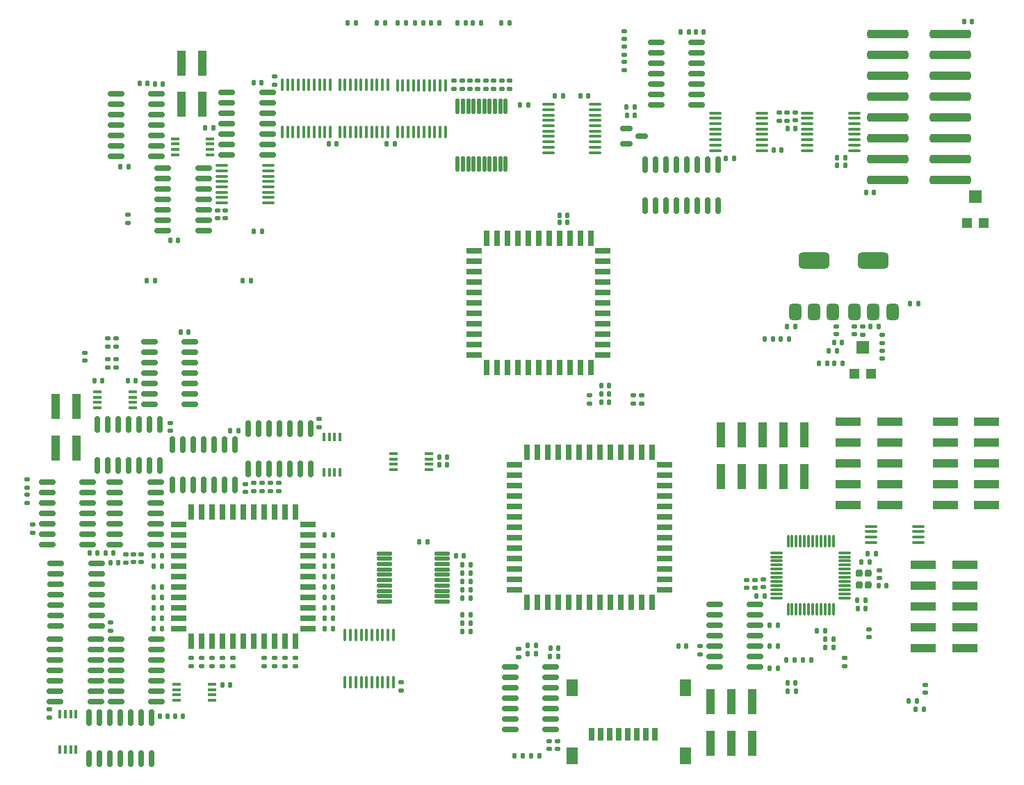
<source format=gtp>
G04 #@! TF.GenerationSoftware,KiCad,Pcbnew,9.0.2*
G04 #@! TF.CreationDate,2025-07-03T22:36:24-04:00*
G04 #@! TF.ProjectId,Homebrew6502Project,486f6d65-6272-4657-9736-35303250726f,A*
G04 #@! TF.SameCoordinates,Original*
G04 #@! TF.FileFunction,Paste,Top*
G04 #@! TF.FilePolarity,Positive*
%FSLAX46Y46*%
G04 Gerber Fmt 4.6, Leading zero omitted, Abs format (unit mm)*
G04 Created by KiCad (PCBNEW 9.0.2) date 2025-07-03 22:36:24*
%MOMM*%
%LPD*%
G01*
G04 APERTURE LIST*
G04 Aperture macros list*
%AMRoundRect*
0 Rectangle with rounded corners*
0 $1 Rounding radius*
0 $2 $3 $4 $5 $6 $7 $8 $9 X,Y pos of 4 corners*
0 Add a 4 corners polygon primitive as box body*
4,1,4,$2,$3,$4,$5,$6,$7,$8,$9,$2,$3,0*
0 Add four circle primitives for the rounded corners*
1,1,$1+$1,$2,$3*
1,1,$1+$1,$4,$5*
1,1,$1+$1,$6,$7*
1,1,$1+$1,$8,$9*
0 Add four rect primitives between the rounded corners*
20,1,$1+$1,$2,$3,$4,$5,0*
20,1,$1+$1,$4,$5,$6,$7,0*
20,1,$1+$1,$6,$7,$8,$9,0*
20,1,$1+$1,$8,$9,$2,$3,0*%
G04 Aperture macros list end*
%ADD10RoundRect,0.135000X-0.185000X0.135000X-0.185000X-0.135000X0.185000X-0.135000X0.185000X0.135000X0*%
%ADD11RoundRect,0.140000X-0.140000X-0.170000X0.140000X-0.170000X0.140000X0.170000X-0.140000X0.170000X0*%
%ADD12RoundRect,0.147500X0.147500X0.172500X-0.147500X0.172500X-0.147500X-0.172500X0.147500X-0.172500X0*%
%ADD13RoundRect,0.140000X-0.170000X0.140000X-0.170000X-0.140000X0.170000X-0.140000X0.170000X0.140000X0*%
%ADD14RoundRect,0.140000X0.140000X0.170000X-0.140000X0.170000X-0.140000X-0.170000X0.140000X-0.170000X0*%
%ADD15RoundRect,0.140000X0.170000X-0.140000X0.170000X0.140000X-0.170000X0.140000X-0.170000X-0.140000X0*%
%ADD16R,1.200000X1.200000*%
%ADD17R,1.600000X1.500000*%
%ADD18RoundRect,0.135000X0.135000X0.185000X-0.135000X0.185000X-0.135000X-0.185000X0.135000X-0.185000X0*%
%ADD19RoundRect,0.100000X-0.637500X-0.100000X0.637500X-0.100000X0.637500X0.100000X-0.637500X0.100000X0*%
%ADD20RoundRect,0.125000X-0.825000X-0.125000X0.825000X-0.125000X0.825000X0.125000X-0.825000X0.125000X0*%
%ADD21R,1.000000X3.150000*%
%ADD22RoundRect,0.150000X0.825000X0.150000X-0.825000X0.150000X-0.825000X-0.150000X0.825000X-0.150000X0*%
%ADD23RoundRect,0.135000X-0.135000X-0.185000X0.135000X-0.185000X0.135000X0.185000X-0.135000X0.185000X0*%
%ADD24RoundRect,0.075000X-0.662500X-0.075000X0.662500X-0.075000X0.662500X0.075000X-0.662500X0.075000X0*%
%ADD25RoundRect,0.075000X-0.075000X-0.662500X0.075000X-0.662500X0.075000X0.662500X-0.075000X0.662500X0*%
%ADD26R,3.150000X1.000000*%
%ADD27RoundRect,0.150000X0.150000X-0.825000X0.150000X0.825000X-0.150000X0.825000X-0.150000X-0.825000X0*%
%ADD28RoundRect,0.150000X-0.150000X0.825000X-0.150000X-0.825000X0.150000X-0.825000X0.150000X0.825000X0*%
%ADD29RoundRect,0.200000X-0.200000X0.250000X-0.200000X-0.250000X0.200000X-0.250000X0.200000X0.250000X0*%
%ADD30RoundRect,0.150000X-0.825000X-0.150000X0.825000X-0.150000X0.825000X0.150000X-0.825000X0.150000X0*%
%ADD31RoundRect,0.100000X0.100000X-0.637500X0.100000X0.637500X-0.100000X0.637500X-0.100000X-0.637500X0*%
%ADD32RoundRect,0.147500X0.172500X-0.147500X0.172500X0.147500X-0.172500X0.147500X-0.172500X-0.147500X0*%
%ADD33RoundRect,0.147500X-0.172500X0.147500X-0.172500X-0.147500X0.172500X-0.147500X0.172500X0.147500X0*%
%ADD34R,1.100000X0.400000*%
%ADD35RoundRect,0.375000X0.375000X-0.625000X0.375000X0.625000X-0.375000X0.625000X-0.375000X-0.625000X0*%
%ADD36RoundRect,0.500000X1.400000X-0.500000X1.400000X0.500000X-1.400000X0.500000X-1.400000X-0.500000X0*%
%ADD37R,0.700000X1.925000*%
%ADD38R,1.925000X0.700000*%
%ADD39R,0.400000X1.100000*%
%ADD40R,0.800000X1.500000*%
%ADD41R,1.450000X2.000000*%
%ADD42RoundRect,0.135000X0.185000X-0.135000X0.185000X0.135000X-0.185000X0.135000X-0.185000X-0.135000X0*%
%ADD43R,0.700000X1.910000*%
%ADD44R,1.910000X0.700000*%
%ADD45RoundRect,0.100000X0.637500X0.100000X-0.637500X0.100000X-0.637500X-0.100000X0.637500X-0.100000X0*%
%ADD46RoundRect,0.125000X0.125000X-0.825000X0.125000X0.825000X-0.125000X0.825000X-0.125000X-0.825000X0*%
%ADD47RoundRect,0.150000X-0.587500X-0.150000X0.587500X-0.150000X0.587500X0.150000X-0.587500X0.150000X0*%
%ADD48RoundRect,0.100000X-0.100000X0.637500X-0.100000X-0.637500X0.100000X-0.637500X0.100000X0.637500X0*%
%ADD49RoundRect,0.250000X-2.250000X-0.260000X2.250000X-0.260000X2.250000X0.260000X-2.250000X0.260000X0*%
G04 APERTURE END LIST*
D10*
X97047468Y-81284001D03*
X97047468Y-82304001D03*
X114891265Y-135319700D03*
X114891265Y-136339700D03*
D11*
X154704865Y-103153400D03*
X155664865Y-103153400D03*
D12*
X147126465Y-147269200D03*
X146156465Y-147269200D03*
D13*
X111386065Y-114127400D03*
X111386065Y-115087400D03*
D11*
X121482268Y-72702801D03*
X122442268Y-72702801D03*
D14*
X113312468Y-65177201D03*
X112352468Y-65177201D03*
D15*
X107927468Y-81712201D03*
X107927468Y-80752201D03*
D16*
X185542065Y-100708600D03*
D17*
X186542065Y-97458600D03*
D16*
X187542065Y-100708600D03*
D18*
X188512065Y-94958600D03*
X187492065Y-94958600D03*
D11*
X177408465Y-139344400D03*
X178368465Y-139344400D03*
D10*
X84752265Y-113556200D03*
X84752265Y-114576200D03*
D18*
X101177265Y-129223700D03*
X100157265Y-129223700D03*
D13*
X98635265Y-122707400D03*
X98635265Y-123667400D03*
D19*
X179780265Y-68921200D03*
X179780265Y-69571200D03*
X179780265Y-70221200D03*
X179780265Y-70871200D03*
X179780265Y-71521200D03*
X179780265Y-72171200D03*
X179780265Y-72821200D03*
X179780265Y-73471200D03*
X185505265Y-73471200D03*
X185505265Y-72821200D03*
X185505265Y-72171200D03*
X185505265Y-71521200D03*
X185505265Y-70871200D03*
X185505265Y-70221200D03*
X185505265Y-69571200D03*
X185505265Y-68921200D03*
D10*
X159601865Y-103276400D03*
X159601865Y-104296400D03*
D11*
X187156865Y-122580400D03*
X188116865Y-122580400D03*
D10*
X140633868Y-64926401D03*
X140633868Y-65946401D03*
D11*
X100922265Y-142401200D03*
X101882265Y-142401200D03*
D10*
X141599068Y-64926401D03*
X141599068Y-65946401D03*
D18*
X122003265Y-120333700D03*
X120983265Y-120333700D03*
D11*
X137017265Y-122885200D03*
X137977265Y-122885200D03*
D18*
X176238865Y-131343400D03*
X175218865Y-131343400D03*
D13*
X185542065Y-94908600D03*
X185542065Y-95868600D03*
D11*
X102780665Y-142468600D03*
X103740665Y-142468600D03*
X134947265Y-111776200D03*
X135907265Y-111776200D03*
X183425665Y-75311000D03*
X184385665Y-75311000D03*
D10*
X166709865Y-133883400D03*
X166709865Y-134903400D03*
D11*
X94892265Y-123701200D03*
X95852265Y-123701200D03*
D10*
X188942065Y-95938600D03*
X188942065Y-96958600D03*
D20*
X128282265Y-122601200D03*
X128282265Y-123251200D03*
X128282265Y-123901200D03*
X128282265Y-124551200D03*
X128282265Y-125201200D03*
X128282265Y-125851200D03*
X128282265Y-126501200D03*
X128282265Y-127151200D03*
X128282265Y-127801200D03*
X128282265Y-128451200D03*
X135282265Y-128451200D03*
X135282265Y-127801200D03*
X135282265Y-127151200D03*
X135282265Y-126501200D03*
X135282265Y-125851200D03*
X135282265Y-125201200D03*
X135282265Y-124551200D03*
X135282265Y-123901200D03*
X135282265Y-123251200D03*
X135282265Y-122601200D03*
D10*
X142564268Y-64926401D03*
X142564268Y-65946401D03*
D21*
X167979865Y-145694400D03*
X167979865Y-140644400D03*
X170519865Y-145694400D03*
X170519865Y-140644400D03*
X173059865Y-145694400D03*
X173059865Y-140644400D03*
D22*
X92132765Y-121488200D03*
X92132765Y-120218200D03*
X92132765Y-118948200D03*
X92132765Y-117678200D03*
X92132765Y-116408200D03*
X92132765Y-115138200D03*
X92132765Y-113868200D03*
X87182765Y-113868200D03*
X87182765Y-115138200D03*
X87182765Y-116408200D03*
X87182765Y-117678200D03*
X87182765Y-118948200D03*
X87182765Y-120218200D03*
X87182765Y-121488200D03*
D23*
X120983265Y-122873700D03*
X122003265Y-122873700D03*
D10*
X157527265Y-60782200D03*
X157527265Y-61802200D03*
D11*
X148503265Y-134162800D03*
X149463265Y-134162800D03*
D24*
X176025365Y-122506400D03*
X176025365Y-123006400D03*
X176025365Y-123506400D03*
X176025365Y-124006400D03*
X176025365Y-124506400D03*
X176025365Y-125006400D03*
X176025365Y-125506400D03*
X176025365Y-126006400D03*
X176025365Y-126506400D03*
X176025365Y-127006400D03*
X176025365Y-127506400D03*
X176025365Y-128006400D03*
D25*
X177437865Y-129418900D03*
X177937865Y-129418900D03*
X178437865Y-129418900D03*
X178937865Y-129418900D03*
X179437865Y-129418900D03*
X179937865Y-129418900D03*
X180437865Y-129418900D03*
X180937865Y-129418900D03*
X181437865Y-129418900D03*
X181937865Y-129418900D03*
X182437865Y-129418900D03*
X182937865Y-129418900D03*
D24*
X184350365Y-128006400D03*
X184350365Y-127506400D03*
X184350365Y-127006400D03*
X184350365Y-126506400D03*
X184350365Y-126006400D03*
X184350365Y-125506400D03*
X184350365Y-125006400D03*
X184350365Y-124506400D03*
X184350365Y-124006400D03*
X184350365Y-123506400D03*
X184350365Y-123006400D03*
X184350365Y-122506400D03*
D25*
X182937865Y-121093900D03*
X182437865Y-121093900D03*
X181937865Y-121093900D03*
X181437865Y-121093900D03*
X180937865Y-121093900D03*
X180437865Y-121093900D03*
X179937865Y-121093900D03*
X179437865Y-121093900D03*
X178937865Y-121093900D03*
X178437865Y-121093900D03*
X177937865Y-121093900D03*
X177437865Y-121093900D03*
D23*
X137757865Y-123981400D03*
X138777865Y-123981400D03*
D10*
X107271265Y-135317700D03*
X107271265Y-136337700D03*
D14*
X184380465Y-74396600D03*
X183420465Y-74396600D03*
D11*
X108546465Y-138633200D03*
X109506465Y-138633200D03*
D15*
X114929068Y-65433201D03*
X114929068Y-64473201D03*
D23*
X120983265Y-127953700D03*
X122003265Y-127953700D03*
D11*
X149592865Y-82270600D03*
X150552865Y-82270600D03*
X183062065Y-96858600D03*
X184022065Y-96858600D03*
D13*
X188942065Y-97898600D03*
X188942065Y-98858600D03*
D23*
X137755865Y-127029400D03*
X138775865Y-127029400D03*
D10*
X106001265Y-135317700D03*
X106001265Y-136337700D03*
D11*
X134947265Y-110851200D03*
X135907265Y-110851200D03*
D10*
X113621265Y-135319700D03*
X113621265Y-136339700D03*
D15*
X130277265Y-139261200D03*
X130277265Y-138301200D03*
D26*
X193913265Y-124002800D03*
X198963265Y-124002800D03*
X193913265Y-126542800D03*
X198963265Y-126542800D03*
X193913265Y-129082800D03*
X198963265Y-129082800D03*
X193913265Y-131622800D03*
X198963265Y-131622800D03*
X193913265Y-134162800D03*
X198963265Y-134162800D03*
D11*
X166227265Y-59004200D03*
X167187265Y-59004200D03*
D23*
X137753865Y-130077400D03*
X138773865Y-130077400D03*
D13*
X172424865Y-125811400D03*
X172424865Y-126771400D03*
D23*
X120983265Y-126683700D03*
X122003265Y-126683700D03*
D27*
X92311965Y-147559800D03*
X93581965Y-147559800D03*
X94851965Y-147559800D03*
X96121965Y-147559800D03*
X97391965Y-147559800D03*
X98661965Y-147559800D03*
X99931965Y-147559800D03*
X99931965Y-142609800D03*
X98661965Y-142609800D03*
X97391965Y-142609800D03*
X96121965Y-142609800D03*
X94851965Y-142609800D03*
X93581965Y-142609800D03*
X92311965Y-142609800D03*
D23*
X120983265Y-129223700D03*
X122003265Y-129223700D03*
D14*
X103151265Y-84455000D03*
X102191265Y-84455000D03*
D28*
X100921265Y-106886200D03*
X99651265Y-106886200D03*
X98381265Y-106886200D03*
X97111265Y-106886200D03*
X95841265Y-106886200D03*
X94571265Y-106886200D03*
X93301265Y-106886200D03*
X93301265Y-111836200D03*
X94571265Y-111836200D03*
X95841265Y-111836200D03*
X97111265Y-111836200D03*
X98381265Y-111836200D03*
X99651265Y-111836200D03*
X100921265Y-111836200D03*
D29*
X186140865Y-124993400D03*
X186140865Y-126393400D03*
X187240865Y-126393400D03*
X187240865Y-124993400D03*
D23*
X120983265Y-125413700D03*
X122003265Y-125413700D03*
D11*
X154704865Y-104169400D03*
X155664865Y-104169400D03*
D13*
X97720865Y-122712600D03*
X97720865Y-123672600D03*
D23*
X137757865Y-132109400D03*
X138777865Y-132109400D03*
D11*
X145752265Y-133807200D03*
X146712265Y-133807200D03*
D30*
X88184665Y-132995700D03*
X88184665Y-134265700D03*
X88184665Y-135535700D03*
X88184665Y-136805700D03*
X88184665Y-138075700D03*
X88184665Y-139345700D03*
X88184665Y-140615700D03*
X93134665Y-140615700D03*
X93134665Y-139345700D03*
X93134665Y-138075700D03*
X93134665Y-136805700D03*
X93134665Y-135535700D03*
X93134665Y-134265700D03*
X93134665Y-132995700D03*
D13*
X157527265Y-58916200D03*
X157527265Y-59876200D03*
D14*
X93901200Y-101549200D03*
X92941200Y-101549200D03*
D31*
X129854468Y-71247301D03*
X130504468Y-71247301D03*
X131154468Y-71247301D03*
X131804468Y-71247301D03*
X132454468Y-71247301D03*
X133104468Y-71247301D03*
X133754468Y-71247301D03*
X134404468Y-71247301D03*
X135054468Y-71247301D03*
X135704468Y-71247301D03*
X135704468Y-65522301D03*
X135054468Y-65522301D03*
X134404468Y-65522301D03*
X133754468Y-65522301D03*
X133104468Y-65522301D03*
X132454468Y-65522301D03*
X131804468Y-65522301D03*
X131154468Y-65522301D03*
X130504468Y-65522301D03*
X129854468Y-65522301D03*
D14*
X97969665Y-101574600D03*
X97009665Y-101574600D03*
D23*
X112347265Y-83320001D03*
X113367265Y-83320001D03*
D21*
X106089868Y-62811801D03*
X106089868Y-67861801D03*
X103549868Y-62811801D03*
X103549868Y-67861801D03*
D13*
X174456865Y-125755400D03*
X174456865Y-126715400D03*
D32*
X84752265Y-116421200D03*
X84752265Y-115451200D03*
D13*
X178289665Y-68864600D03*
X178289665Y-69824600D03*
D19*
X108459768Y-75304601D03*
X108459768Y-75954601D03*
X108459768Y-76604601D03*
X108459768Y-77254601D03*
X108459768Y-77904601D03*
X108459768Y-78554601D03*
X108459768Y-79204601D03*
X108459768Y-79854601D03*
X114184768Y-79854601D03*
X114184768Y-79204601D03*
X114184768Y-78554601D03*
X114184768Y-77904601D03*
X114184768Y-77254601D03*
X114184768Y-76604601D03*
X114184768Y-75954601D03*
X114184768Y-75304601D03*
D14*
X174555865Y-127787400D03*
X173595865Y-127787400D03*
D10*
X138703468Y-64930401D03*
X138703468Y-65950401D03*
D23*
X137755865Y-124997400D03*
X138775865Y-124997400D03*
X137175468Y-57920001D03*
X138195468Y-57920001D03*
D30*
X101292268Y-75598401D03*
X101292268Y-76868401D03*
X101292268Y-78138401D03*
X101292268Y-79408401D03*
X101292268Y-80678401D03*
X101292268Y-81948401D03*
X101292268Y-83218401D03*
X106242268Y-83218401D03*
X106242268Y-81948401D03*
X106242268Y-80678401D03*
X106242268Y-79408401D03*
X106242268Y-78138401D03*
X106242268Y-76868401D03*
X106242268Y-75598401D03*
D33*
X95587265Y-96388200D03*
X95587265Y-97358200D03*
D13*
X91795600Y-98145600D03*
X91795600Y-99105600D03*
D18*
X124788268Y-57920001D03*
X123768268Y-57920001D03*
D11*
X144817665Y-67894200D03*
X145777665Y-67894200D03*
D10*
X137738268Y-64930401D03*
X137738268Y-65950401D03*
D34*
X102771468Y-72032601D03*
X102771468Y-72682601D03*
X102771468Y-73332601D03*
X102771468Y-73982601D03*
X107071468Y-73982601D03*
X107071468Y-73332601D03*
X107071468Y-72682601D03*
X107071468Y-72032601D03*
D19*
X168543765Y-68921200D03*
X168543765Y-69571200D03*
X168543765Y-70221200D03*
X168543765Y-70871200D03*
X168543765Y-71521200D03*
X168543765Y-72171200D03*
X168543765Y-72821200D03*
X168543765Y-73471200D03*
X174268765Y-73471200D03*
X174268765Y-72821200D03*
X174268765Y-72171200D03*
X174268765Y-71521200D03*
X174268765Y-70871200D03*
X174268765Y-70221200D03*
X174268765Y-69571200D03*
X174268765Y-68921200D03*
D11*
X157817265Y-69164200D03*
X158777265Y-69164200D03*
D35*
X178292065Y-93158600D03*
X180592065Y-93158600D03*
D36*
X180592065Y-86858600D03*
D35*
X182892065Y-93158600D03*
D10*
X115450065Y-113991200D03*
X115450065Y-115011200D03*
D18*
X101177265Y-127953700D03*
X100157265Y-127953700D03*
D11*
X177332065Y-94958600D03*
X178292065Y-94958600D03*
D23*
X181945865Y-132994400D03*
X182965865Y-132994400D03*
D11*
X92386765Y-122504200D03*
X93346765Y-122504200D03*
D15*
X187253865Y-132811400D03*
X187253865Y-131851400D03*
X87484665Y-142565000D03*
X87484665Y-141605000D03*
D26*
X184748465Y-106527600D03*
X189798465Y-106527600D03*
X184748465Y-109067600D03*
X189798465Y-109067600D03*
X184748465Y-111607600D03*
X189798465Y-111607600D03*
X184748465Y-114147600D03*
X189798465Y-114147600D03*
X184748465Y-116687600D03*
X189798465Y-116687600D03*
D10*
X116161265Y-135315700D03*
X116161265Y-136335700D03*
D35*
X185542065Y-93158600D03*
X187842065Y-93158600D03*
D36*
X187842065Y-86858600D03*
D35*
X190142065Y-93158600D03*
D31*
X122835368Y-71223501D03*
X123485368Y-71223501D03*
X124135368Y-71223501D03*
X124785368Y-71223501D03*
X125435368Y-71223501D03*
X126085368Y-71223501D03*
X126735368Y-71223501D03*
X127385368Y-71223501D03*
X128035368Y-71223501D03*
X128685368Y-71223501D03*
X128685368Y-65498501D03*
X128035368Y-65498501D03*
X127385368Y-65498501D03*
X126735368Y-65498501D03*
X126085368Y-65498501D03*
X125435368Y-65498501D03*
X124785368Y-65498501D03*
X124135368Y-65498501D03*
X123485368Y-65498501D03*
X122835368Y-65498501D03*
D37*
X111081265Y-117562700D03*
X109811265Y-117562700D03*
X108541265Y-117562700D03*
X107271265Y-117562700D03*
X106001265Y-117562700D03*
X104731265Y-117562700D03*
D38*
X103218765Y-119075200D03*
X103218765Y-120345200D03*
X103218765Y-121615200D03*
X103218765Y-122885200D03*
X103218765Y-124155200D03*
X103218765Y-125425200D03*
X103218765Y-126695200D03*
X103218765Y-127965200D03*
X103218765Y-129235200D03*
X103218765Y-130505200D03*
X103218765Y-131775200D03*
D37*
X104731265Y-133287700D03*
X106001265Y-133287700D03*
X107271265Y-133287700D03*
X108541265Y-133287700D03*
X109811265Y-133287700D03*
X111081265Y-133287700D03*
X112351265Y-133287700D03*
X113621265Y-133287700D03*
X114891265Y-133287700D03*
X116161265Y-133287700D03*
X117431265Y-133287700D03*
D38*
X118943765Y-131775200D03*
X118943765Y-130505200D03*
X118943765Y-129235200D03*
X118943765Y-127965200D03*
X118943765Y-126695200D03*
X118943765Y-125425200D03*
X118943765Y-124155200D03*
X118943765Y-122885200D03*
X118943765Y-121615200D03*
X118943765Y-120345200D03*
X118943765Y-119075200D03*
D37*
X117431265Y-117562700D03*
X116161265Y-117562700D03*
X114891265Y-117562700D03*
X113621265Y-117562700D03*
X112351265Y-117562700D03*
D18*
X134944268Y-57920001D03*
X133924268Y-57920001D03*
D11*
X177403265Y-138328400D03*
X178363265Y-138328400D03*
D23*
X181947865Y-134010400D03*
X182967865Y-134010400D03*
D15*
X120327265Y-107176200D03*
X120327265Y-106216200D03*
D12*
X184060265Y-99390200D03*
X183090265Y-99390200D03*
D10*
X144609265Y-134186200D03*
X144609265Y-135206200D03*
D11*
X148475265Y-135128000D03*
X149435265Y-135128000D03*
D26*
X196569865Y-106527600D03*
X201619865Y-106527600D03*
X196569865Y-109067600D03*
X201619865Y-109067600D03*
X196569865Y-111607600D03*
X201619865Y-111607600D03*
X196569865Y-114147600D03*
X201619865Y-114147600D03*
X196569865Y-116687600D03*
X201619865Y-116687600D03*
D11*
X145752265Y-134823200D03*
X146712265Y-134823200D03*
D39*
X88770265Y-146498200D03*
X89420265Y-146498200D03*
X90070265Y-146498200D03*
X90720265Y-146498200D03*
X90720265Y-142198200D03*
X90070265Y-142198200D03*
X89420265Y-142198200D03*
X88770265Y-142198200D03*
D18*
X101175265Y-122873700D03*
X100155265Y-122873700D03*
D19*
X148229468Y-67875001D03*
X148229468Y-68525001D03*
X148229468Y-69175001D03*
X148229468Y-69825001D03*
X148229468Y-70475001D03*
X148229468Y-71125001D03*
X148229468Y-71775001D03*
X148229468Y-72425001D03*
X148229468Y-73075001D03*
X148229468Y-73725001D03*
X153954468Y-73725001D03*
X153954468Y-73075001D03*
X153954468Y-72425001D03*
X153954468Y-71775001D03*
X153954468Y-71125001D03*
X153954468Y-70475001D03*
X153954468Y-69825001D03*
X153954468Y-69175001D03*
X153954468Y-68525001D03*
X153954468Y-67875001D03*
D18*
X101177265Y-131763700D03*
X100157265Y-131763700D03*
D14*
X110466465Y-107619800D03*
X109506465Y-107619800D03*
D13*
X108852468Y-80767201D03*
X108852468Y-81727201D03*
D10*
X113418065Y-113993200D03*
X113418065Y-115013200D03*
D13*
X183292065Y-94898600D03*
X183292065Y-95858600D03*
D18*
X145144465Y-147269200D03*
X144124465Y-147269200D03*
D14*
X104421265Y-95580200D03*
X103461265Y-95580200D03*
D40*
X161246865Y-144618400D03*
X160146865Y-144618400D03*
X159046865Y-144618400D03*
X157946865Y-144618400D03*
X156846865Y-144618400D03*
X155746865Y-144618400D03*
X154646865Y-144618400D03*
X153546865Y-144618400D03*
D41*
X164921865Y-147218400D03*
X164921865Y-138918400D03*
X151171865Y-147218400D03*
X151171865Y-138918400D03*
D18*
X100372665Y-89368000D03*
X99352665Y-89368000D03*
D10*
X108541265Y-135317700D03*
X108541265Y-136337700D03*
X136773068Y-64930401D03*
X136773068Y-65950401D03*
D11*
X128571468Y-72702801D03*
X129531468Y-72702801D03*
D22*
X100538468Y-74226801D03*
X100538468Y-72956801D03*
X100538468Y-71686801D03*
X100538468Y-70416801D03*
X100538468Y-69146801D03*
X100538468Y-67876801D03*
X100538468Y-66606801D03*
X95588468Y-66606801D03*
X95588468Y-67876801D03*
X95588468Y-69146801D03*
X95588468Y-70416801D03*
X95588468Y-71686801D03*
X95588468Y-72956801D03*
X95588468Y-74226801D03*
D11*
X164098865Y-133908800D03*
X165058865Y-133908800D03*
D14*
X176664065Y-73431400D03*
X175704065Y-73431400D03*
D10*
X184360265Y-135327200D03*
X184360265Y-136347200D03*
D23*
X137753865Y-128045400D03*
X138773865Y-128045400D03*
D18*
X140079068Y-57920001D03*
X139059068Y-57920001D03*
X176238865Y-133883400D03*
X175218865Y-133883400D03*
D42*
X153251865Y-104300400D03*
X153251865Y-103280400D03*
D13*
X148380865Y-145451400D03*
X148380865Y-146411400D03*
D14*
X170844865Y-74447400D03*
X169884865Y-74447400D03*
D11*
X96151265Y-75463400D03*
X97111265Y-75463400D03*
X149592865Y-81356200D03*
X150552865Y-81356200D03*
X154704865Y-102137400D03*
X155664865Y-102137400D03*
X152147468Y-66827201D03*
X153107468Y-66827201D03*
D23*
X120987265Y-131763700D03*
X122007265Y-131763700D03*
D34*
X103004065Y-138531600D03*
X103004065Y-139181600D03*
X103004065Y-139831600D03*
X103004065Y-140481600D03*
X107304065Y-140481600D03*
X107304065Y-139831600D03*
X107304065Y-139181600D03*
X107304065Y-138531600D03*
D15*
X102191265Y-107670600D03*
X102191265Y-106710600D03*
D43*
X153251865Y-110265400D03*
X151981865Y-110265400D03*
X150711865Y-110265400D03*
X149441865Y-110265400D03*
X148171865Y-110265400D03*
X146901865Y-110265400D03*
X145631865Y-110265400D03*
D44*
X144111865Y-111785400D03*
X144111865Y-113055400D03*
X144111865Y-114325400D03*
X144111865Y-115595400D03*
X144111865Y-116865400D03*
X144111865Y-118135400D03*
X144111865Y-119405400D03*
X144111865Y-120675400D03*
X144111865Y-121945400D03*
X144111865Y-123215400D03*
X144111865Y-124485400D03*
X144111865Y-125755400D03*
X144111865Y-127025400D03*
D43*
X145631865Y-128545400D03*
X146901865Y-128545400D03*
X148171865Y-128545400D03*
X149441865Y-128545400D03*
X150711865Y-128545400D03*
X151981865Y-128545400D03*
X153251865Y-128545400D03*
X154521865Y-128545400D03*
X155791865Y-128545400D03*
X157061865Y-128545400D03*
X158331865Y-128545400D03*
X159601865Y-128545400D03*
X160871865Y-128545400D03*
D44*
X162391865Y-127025400D03*
X162391865Y-125755400D03*
X162391865Y-124485400D03*
X162391865Y-123215400D03*
X162391865Y-121945400D03*
X162391865Y-120675400D03*
X162391865Y-119405400D03*
X162391865Y-118135400D03*
X162391865Y-116865400D03*
X162391865Y-115595400D03*
X162391865Y-114325400D03*
X162391865Y-113055400D03*
X162391865Y-111785400D03*
D43*
X160871865Y-110265400D03*
X159601865Y-110265400D03*
X158331865Y-110265400D03*
X157061865Y-110265400D03*
X155791865Y-110265400D03*
X154521865Y-110265400D03*
D10*
X114434065Y-113993200D03*
X114434065Y-115013200D03*
D11*
X198866265Y-57734200D03*
X199826265Y-57734200D03*
D10*
X117431265Y-135315700D03*
X117431265Y-136335700D03*
D11*
X177380465Y-70789800D03*
X178340465Y-70789800D03*
X192332065Y-92108600D03*
X193292065Y-92108600D03*
D23*
X120985265Y-130493700D03*
X122005265Y-130493700D03*
D13*
X173440865Y-125811400D03*
X173440865Y-126771400D03*
D14*
X99415600Y-65328800D03*
X98455600Y-65328800D03*
D33*
X95587265Y-98928200D03*
X95587265Y-99898200D03*
D18*
X101177265Y-130493700D03*
X100157265Y-130493700D03*
D10*
X186542065Y-94908600D03*
X186542065Y-95928600D03*
D14*
X165335665Y-59004200D03*
X164375665Y-59004200D03*
D10*
X158585865Y-103276400D03*
X158585865Y-104296400D03*
D23*
X137753865Y-126013400D03*
X138773865Y-126013400D03*
D21*
X179409865Y-108132400D03*
X179409865Y-113182400D03*
X176869865Y-108132400D03*
X176869865Y-113182400D03*
X174329865Y-108132400D03*
X174329865Y-113182400D03*
X171789865Y-108132400D03*
X171789865Y-113182400D03*
X169249865Y-108132400D03*
X169249865Y-113182400D03*
D18*
X178270865Y-135534400D03*
X177250865Y-135534400D03*
D42*
X177324465Y-69875400D03*
X177324465Y-68855400D03*
D28*
X110116065Y-109324600D03*
X108846065Y-109324600D03*
X107576065Y-109324600D03*
X106306065Y-109324600D03*
X105036065Y-109324600D03*
X103766065Y-109324600D03*
X102496065Y-109324600D03*
X102496065Y-114274600D03*
X103766065Y-114274600D03*
X105036065Y-114274600D03*
X106306065Y-114274600D03*
X107576065Y-114274600D03*
X108846065Y-114274600D03*
X110116065Y-114274600D03*
D30*
X88272065Y-123799600D03*
X88272065Y-125069600D03*
X88272065Y-126339600D03*
X88272065Y-127609600D03*
X88272065Y-128879600D03*
X88272065Y-130149600D03*
X88272065Y-131419600D03*
X93222065Y-131419600D03*
X93222065Y-130149600D03*
X93222065Y-128879600D03*
X93222065Y-127609600D03*
X93222065Y-126339600D03*
X93222065Y-125069600D03*
X93222065Y-123799600D03*
D27*
X160001665Y-80159400D03*
X161271665Y-80159400D03*
X162541665Y-80159400D03*
X163811665Y-80159400D03*
X165081665Y-80159400D03*
X166351665Y-80159400D03*
X167621665Y-80159400D03*
X168891665Y-80159400D03*
X168891665Y-75209400D03*
X167621665Y-75209400D03*
X166351665Y-75209400D03*
X165081665Y-75209400D03*
X163811665Y-75209400D03*
X162541665Y-75209400D03*
X161271665Y-75209400D03*
X160001665Y-75209400D03*
D23*
X174628065Y-96494600D03*
X175648065Y-96494600D03*
D10*
X139668668Y-64930401D03*
X139668668Y-65950401D03*
D23*
X179280865Y-135534400D03*
X180300865Y-135534400D03*
D12*
X177548065Y-96494600D03*
X176578065Y-96494600D03*
D23*
X132046668Y-57920001D03*
X133066668Y-57920001D03*
D15*
X94926865Y-131998600D03*
X94926865Y-131038600D03*
D30*
X109087068Y-66403601D03*
X109087068Y-67673601D03*
X109087068Y-68943601D03*
X109087068Y-70213601D03*
X109087068Y-71483601D03*
X109087068Y-72753601D03*
X109087068Y-74023601D03*
X114037068Y-74023601D03*
X114037068Y-72753601D03*
X114037068Y-71483601D03*
X114037068Y-70213601D03*
X114037068Y-68943601D03*
X114037068Y-67673601D03*
X114037068Y-66403601D03*
D22*
X100424765Y-121488200D03*
X100424765Y-120218200D03*
X100424765Y-118948200D03*
X100424765Y-117678200D03*
X100424765Y-116408200D03*
X100424765Y-115138200D03*
X100424765Y-113868200D03*
X95474765Y-113868200D03*
X95474765Y-115138200D03*
X95474765Y-116408200D03*
X95474765Y-117678200D03*
X95474765Y-118948200D03*
X95474765Y-120218200D03*
X95474765Y-121488200D03*
D42*
X96755665Y-123727400D03*
X96755665Y-122707400D03*
D23*
X186332265Y-123601200D03*
X187352265Y-123601200D03*
D18*
X176236865Y-136550400D03*
X175216865Y-136550400D03*
D23*
X192996265Y-141554200D03*
X194016265Y-141554200D03*
D31*
X115843468Y-71214201D03*
X116493468Y-71214201D03*
X117143468Y-71214201D03*
X117793468Y-71214201D03*
X118443468Y-71214201D03*
X119093468Y-71214201D03*
X119743468Y-71214201D03*
X120393468Y-71214201D03*
X121043468Y-71214201D03*
X121693468Y-71214201D03*
X121693468Y-65489201D03*
X121043468Y-65489201D03*
X120393468Y-65489201D03*
X119743468Y-65489201D03*
X119093468Y-65489201D03*
X118443468Y-65489201D03*
X117793468Y-65489201D03*
X117143468Y-65489201D03*
X116493468Y-65489201D03*
X115843468Y-65489201D03*
D45*
X193288265Y-121249200D03*
X193288265Y-120599200D03*
X193288265Y-119949200D03*
X193288265Y-119299200D03*
X187563265Y-119299200D03*
X187563265Y-119949200D03*
X187563265Y-120599200D03*
X187563265Y-121249200D03*
D30*
X99652265Y-96801200D03*
X99652265Y-98071200D03*
X99652265Y-99341200D03*
X99652265Y-100611200D03*
X99652265Y-101881200D03*
X99652265Y-103151200D03*
X99652265Y-104421200D03*
X104602265Y-104421200D03*
X104602265Y-103151200D03*
X104602265Y-101881200D03*
X104602265Y-100611200D03*
X104602265Y-99341200D03*
X104602265Y-98071200D03*
X104602265Y-96801200D03*
D23*
X111007265Y-89352500D03*
X112027265Y-89352500D03*
X181186265Y-99390200D03*
X182206265Y-99390200D03*
D14*
X187916265Y-78562200D03*
X186956265Y-78562200D03*
D30*
X161373265Y-60274200D03*
X161373265Y-61544200D03*
X161373265Y-62814200D03*
X161373265Y-64084200D03*
X161373265Y-65354200D03*
X161373265Y-66624200D03*
X161373265Y-67894200D03*
X166323265Y-67894200D03*
X166323265Y-66624200D03*
X166323265Y-65354200D03*
X166323265Y-64084200D03*
X166323265Y-62814200D03*
X166323265Y-61544200D03*
X166323265Y-60274200D03*
D42*
X85427265Y-120091200D03*
X85427265Y-119071200D03*
D32*
X157527265Y-63656200D03*
X157527265Y-62686200D03*
D23*
X120983265Y-124143700D03*
X122003265Y-124143700D03*
D46*
X137200268Y-75130801D03*
X137850268Y-75130801D03*
X138500268Y-75130801D03*
X139150268Y-75130801D03*
X139800268Y-75130801D03*
X140450268Y-75130801D03*
X141100268Y-75130801D03*
X141750268Y-75130801D03*
X142400268Y-75130801D03*
X143050268Y-75130801D03*
X143050268Y-68130801D03*
X142400268Y-68130801D03*
X141750268Y-68130801D03*
X141100268Y-68130801D03*
X140450268Y-68130801D03*
X139800268Y-68130801D03*
X139150268Y-68130801D03*
X138500268Y-68130801D03*
X137850268Y-68130801D03*
X137200268Y-68130801D03*
D18*
X101175265Y-124143700D03*
X100155265Y-124143700D03*
D23*
X137757865Y-131093400D03*
X138777865Y-131093400D03*
D39*
X120926665Y-112716200D03*
X121576665Y-112716200D03*
X122226665Y-112716200D03*
X122876665Y-112716200D03*
X122876665Y-108416200D03*
X122226665Y-108416200D03*
X121576665Y-108416200D03*
X120926665Y-108416200D03*
D30*
X143604865Y-136425400D03*
X143604865Y-137695400D03*
X143604865Y-138965400D03*
X143604865Y-140235400D03*
X143604865Y-141505400D03*
X143604865Y-142775400D03*
X143604865Y-144045400D03*
X148554865Y-144045400D03*
X148554865Y-142775400D03*
X148554865Y-141505400D03*
X148554865Y-140235400D03*
X148554865Y-138965400D03*
X148554865Y-137695400D03*
X148554865Y-136425400D03*
D42*
X176359265Y-69875400D03*
X176359265Y-68855400D03*
D23*
X127320268Y-57920001D03*
X128340268Y-57920001D03*
D18*
X150062268Y-66797801D03*
X149042268Y-66797801D03*
D10*
X104731265Y-135317700D03*
X104731265Y-136337700D03*
D18*
X101177265Y-126683700D03*
X100157265Y-126683700D03*
D23*
X142511468Y-57920001D03*
X143531468Y-57920001D03*
D47*
X157771065Y-70805000D03*
X157771065Y-72705000D03*
X159646065Y-71755000D03*
D10*
X112402065Y-113993200D03*
X112402065Y-115013200D03*
D14*
X133497200Y-121158000D03*
X132537200Y-121158000D03*
D11*
X100317265Y-65376200D03*
X101277265Y-65376200D03*
D48*
X129347265Y-132562600D03*
X128697265Y-132562600D03*
X128047265Y-132562600D03*
X127397265Y-132562600D03*
X126747265Y-132562600D03*
X126097265Y-132562600D03*
X125447265Y-132562600D03*
X124797265Y-132562600D03*
X124147265Y-132562600D03*
X123497265Y-132562600D03*
X123497265Y-138287600D03*
X124147265Y-138287600D03*
X124797265Y-138287600D03*
X125447265Y-138287600D03*
X126097265Y-138287600D03*
X126747265Y-138287600D03*
X127397265Y-138287600D03*
X128047265Y-138287600D03*
X128697265Y-138287600D03*
X129347265Y-138287600D03*
D49*
X189587265Y-59258200D03*
X197187265Y-59258200D03*
X189587265Y-61798200D03*
X197187265Y-61798200D03*
X189587265Y-64338200D03*
X197187265Y-64338200D03*
X189587265Y-66878200D03*
X197187265Y-66878200D03*
X189587265Y-69418200D03*
X197187265Y-69418200D03*
X189587265Y-71958200D03*
X197187265Y-71958200D03*
X189587265Y-74498200D03*
X197187265Y-74498200D03*
X189587265Y-77038200D03*
X197187265Y-77038200D03*
D14*
X189442865Y-126517400D03*
X188482865Y-126517400D03*
D23*
X182422065Y-97858600D03*
X183442065Y-97858600D03*
D18*
X181923865Y-131978400D03*
X180903865Y-131978400D03*
D13*
X149396865Y-145451400D03*
X149396865Y-146411400D03*
D23*
X192105265Y-140538200D03*
X193125265Y-140538200D03*
D10*
X109811265Y-135319700D03*
X109811265Y-136339700D03*
D34*
X129423265Y-110433200D03*
X129423265Y-111083200D03*
X129423265Y-111733200D03*
X129423265Y-112383200D03*
X133723265Y-112383200D03*
X133723265Y-111733200D03*
X133723265Y-111083200D03*
X133723265Y-110433200D03*
D37*
X147047665Y-99886700D03*
X148317665Y-99886700D03*
X149587665Y-99886700D03*
X150857665Y-99886700D03*
X152127665Y-99886700D03*
X153397665Y-99886700D03*
D38*
X154910165Y-98374200D03*
X154910165Y-97104200D03*
X154910165Y-95834200D03*
X154910165Y-94564200D03*
X154910165Y-93294200D03*
X154910165Y-92024200D03*
X154910165Y-90754200D03*
X154910165Y-89484200D03*
X154910165Y-88214200D03*
X154910165Y-86944200D03*
X154910165Y-85674200D03*
D37*
X153397665Y-84161700D03*
X152127665Y-84161700D03*
X150857665Y-84161700D03*
X149587665Y-84161700D03*
X148317665Y-84161700D03*
X147047665Y-84161700D03*
X145777665Y-84161700D03*
X144507665Y-84161700D03*
X143237665Y-84161700D03*
X141967665Y-84161700D03*
X140697665Y-84161700D03*
D38*
X139185165Y-85674200D03*
X139185165Y-86944200D03*
X139185165Y-88214200D03*
X139185165Y-89484200D03*
X139185165Y-90754200D03*
X139185165Y-92024200D03*
X139185165Y-93294200D03*
X139185165Y-94564200D03*
X139185165Y-95834200D03*
X139185165Y-97104200D03*
X139185165Y-98374200D03*
D37*
X140697665Y-99886700D03*
X141967665Y-99886700D03*
X143237665Y-99886700D03*
X144507665Y-99886700D03*
X145777665Y-99886700D03*
D23*
X129860268Y-57920001D03*
X130880268Y-57920001D03*
D16*
X199235265Y-82320200D03*
D17*
X200235265Y-79070200D03*
D16*
X201235265Y-82320200D03*
D11*
X157789265Y-68199000D03*
X158749265Y-68199000D03*
X185886865Y-128295400D03*
X186846865Y-128295400D03*
D10*
X94571265Y-98878200D03*
X94571265Y-99898200D03*
D42*
X94571265Y-97362200D03*
X94571265Y-96342200D03*
D10*
X143529468Y-64926401D03*
X143529468Y-65946401D03*
D27*
X111690865Y-112293400D03*
X112960865Y-112293400D03*
X114230865Y-112293400D03*
X115500865Y-112293400D03*
X116770865Y-112293400D03*
X118040865Y-112293400D03*
X119310865Y-112293400D03*
X119310865Y-107343400D03*
X118040865Y-107343400D03*
X116770865Y-107343400D03*
X115500865Y-107343400D03*
X114230865Y-107343400D03*
X112960865Y-107343400D03*
X111690865Y-107343400D03*
D13*
X194141265Y-138633200D03*
X194141265Y-139593200D03*
X188553865Y-124612400D03*
X188553865Y-125572400D03*
D30*
X168490865Y-128803400D03*
X168490865Y-130073400D03*
X168490865Y-131343400D03*
X168490865Y-132613400D03*
X168490865Y-133883400D03*
X168490865Y-135153400D03*
X168490865Y-136423400D03*
X173440865Y-136423400D03*
X173440865Y-135153400D03*
X173440865Y-133883400D03*
X173440865Y-132613400D03*
X173440865Y-131343400D03*
X173440865Y-130073400D03*
X173440865Y-128803400D03*
D21*
X88195865Y-109748800D03*
X88195865Y-104698800D03*
X90735865Y-109748800D03*
X90735865Y-104698800D03*
D14*
X95279765Y-122504200D03*
X94319765Y-122504200D03*
D11*
X185942865Y-129311400D03*
X186902865Y-129311400D03*
D30*
X95601465Y-132994400D03*
X95601465Y-134264400D03*
X95601465Y-135534400D03*
X95601465Y-136804400D03*
X95601465Y-138074400D03*
X95601465Y-139344400D03*
X95601465Y-140614400D03*
X100551465Y-140614400D03*
X100551465Y-139344400D03*
X100551465Y-138074400D03*
X100551465Y-136804400D03*
X100551465Y-135534400D03*
X100551465Y-134264400D03*
X100551465Y-132994400D03*
D34*
X93310265Y-102885600D03*
X93310265Y-103535600D03*
X93310265Y-104185600D03*
X93310265Y-104835600D03*
X97610265Y-104835600D03*
X97610265Y-104185600D03*
X97610265Y-103535600D03*
X97610265Y-102885600D03*
D14*
X107418465Y-70739000D03*
X106458465Y-70739000D03*
M02*

</source>
